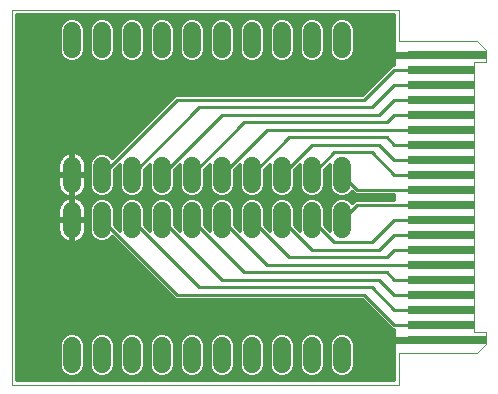
<source format=gbl>
G75*
%MOIN*%
%OFA0B0*%
%FSLAX24Y24*%
%IPPOS*%
%LPD*%
%AMOC8*
5,1,8,0,0,1.08239X$1,22.5*
%
%ADD10C,0.0000*%
%ADD11C,0.0600*%
%ADD12R,0.2600X0.0300*%
%ADD13R,0.2200X0.0300*%
%ADD14C,0.0100*%
%ADD15C,0.0317*%
%ADD16C,0.0240*%
D10*
X000150Y000487D02*
X013050Y000487D01*
X013050Y001537D01*
X015650Y001537D01*
X015950Y001837D01*
X015950Y002237D01*
X015550Y002237D01*
X015550Y011237D01*
X015950Y011237D01*
X015950Y011637D01*
X015650Y011937D01*
X013050Y011937D01*
X013050Y012987D01*
X000150Y012987D01*
X000150Y000487D01*
D11*
X002150Y001187D02*
X002150Y001787D01*
X003150Y001787D02*
X003150Y001187D01*
X004150Y001187D02*
X004150Y001787D01*
X005150Y001787D02*
X005150Y001187D01*
X006150Y001187D02*
X006150Y001787D01*
X007150Y001787D02*
X007150Y001187D01*
X008150Y001187D02*
X008150Y001787D01*
X009150Y001787D02*
X009150Y001187D01*
X010150Y001187D02*
X010150Y001787D01*
X011150Y001787D02*
X011150Y001187D01*
X011150Y005687D02*
X011150Y006287D01*
X010150Y006287D02*
X010150Y005687D01*
X009150Y005687D02*
X009150Y006287D01*
X008150Y006287D02*
X008150Y005687D01*
X007150Y005687D02*
X007150Y006287D01*
X006150Y006287D02*
X006150Y005687D01*
X005150Y005687D02*
X005150Y006287D01*
X004150Y006287D02*
X004150Y005687D01*
X003150Y005687D02*
X003150Y006287D01*
X002150Y006287D02*
X002150Y005687D01*
X002150Y007187D02*
X002150Y007787D01*
X003150Y007787D02*
X003150Y007187D01*
X004150Y007187D02*
X004150Y007787D01*
X005150Y007787D02*
X005150Y007187D01*
X006150Y007187D02*
X006150Y007787D01*
X007150Y007787D02*
X007150Y007187D01*
X008150Y007187D02*
X008150Y007787D01*
X009150Y007787D02*
X009150Y007187D01*
X010150Y007187D02*
X010150Y007787D01*
X011150Y007787D02*
X011150Y007187D01*
X011150Y011687D02*
X011150Y012287D01*
X010150Y012287D02*
X010150Y011687D01*
X009150Y011687D02*
X009150Y012287D01*
X008150Y012287D02*
X008150Y011687D01*
X007150Y011687D02*
X007150Y012287D01*
X006150Y012287D02*
X006150Y011687D01*
X005150Y011687D02*
X005150Y012287D01*
X004150Y012287D02*
X004150Y011687D01*
X003150Y011687D02*
X003150Y012287D01*
X002150Y012287D02*
X002150Y011687D01*
D12*
X014650Y011487D03*
X014650Y001987D03*
D13*
X014450Y002487D03*
X014450Y002987D03*
X014450Y003487D03*
X014450Y003987D03*
X014450Y004487D03*
X014450Y004987D03*
X014450Y005487D03*
X014450Y005987D03*
X014450Y006487D03*
X014450Y006987D03*
X014450Y007487D03*
X014450Y007987D03*
X014450Y008487D03*
X014450Y008987D03*
X014450Y009487D03*
X014450Y009987D03*
X014450Y010487D03*
X014450Y010987D03*
D14*
X012900Y010987D01*
X011900Y009987D01*
X005650Y009987D01*
X003150Y007487D01*
X003560Y007480D02*
X003740Y007480D01*
X003740Y007382D02*
X003560Y007382D01*
X003560Y007283D02*
X003740Y007283D01*
X003740Y007185D02*
X003560Y007185D01*
X003560Y007105D02*
X003560Y007670D01*
X003740Y007850D01*
X003740Y007105D01*
X003802Y006954D01*
X003918Y006839D01*
X004068Y006777D01*
X004232Y006777D01*
X004382Y006839D01*
X004498Y006954D01*
X004560Y007105D01*
X004560Y007670D01*
X004740Y007850D01*
X004740Y007105D01*
X004802Y006954D01*
X004918Y006839D01*
X005068Y006777D01*
X005232Y006777D01*
X005382Y006839D01*
X005498Y006954D01*
X005560Y007105D01*
X005560Y007670D01*
X005740Y007850D01*
X005740Y007105D01*
X005802Y006954D01*
X005918Y006839D01*
X006068Y006777D01*
X006232Y006777D01*
X006382Y006839D01*
X006498Y006954D01*
X006560Y007105D01*
X006560Y007670D01*
X006740Y007850D01*
X006740Y007105D01*
X006802Y006954D01*
X006918Y006839D01*
X007068Y006777D01*
X007232Y006777D01*
X007382Y006839D01*
X007498Y006954D01*
X007560Y007105D01*
X007560Y007670D01*
X007740Y007850D01*
X007740Y007105D01*
X007802Y006954D01*
X007918Y006839D01*
X008068Y006777D01*
X008232Y006777D01*
X008382Y006839D01*
X008498Y006954D01*
X008560Y007105D01*
X008560Y007670D01*
X008740Y007850D01*
X008740Y007105D01*
X008802Y006954D01*
X008918Y006839D01*
X009068Y006777D01*
X009232Y006777D01*
X009382Y006839D01*
X009498Y006954D01*
X009560Y007105D01*
X009560Y007670D01*
X009740Y007850D01*
X009740Y007105D01*
X009802Y006954D01*
X009918Y006839D01*
X010068Y006777D01*
X010232Y006777D01*
X010382Y006839D01*
X010498Y006954D01*
X010560Y007105D01*
X010560Y007670D01*
X010740Y007850D01*
X010740Y007105D01*
X010802Y006954D01*
X010918Y006839D01*
X011068Y006777D01*
X011232Y006777D01*
X011382Y006839D01*
X011477Y006934D01*
X011584Y006827D01*
X012900Y006827D01*
X012900Y006647D01*
X011584Y006647D01*
X011477Y006540D01*
X011382Y006634D01*
X011232Y006697D01*
X011068Y006697D01*
X010918Y006634D01*
X010802Y006519D01*
X010740Y006368D01*
X010740Y005623D01*
X010560Y005803D01*
X010560Y006368D01*
X010498Y006519D01*
X010382Y006634D01*
X010232Y006697D01*
X010068Y006697D01*
X009918Y006634D01*
X009802Y006519D01*
X009740Y006368D01*
X009740Y005623D01*
X009560Y005803D01*
X009560Y006368D01*
X009498Y006519D01*
X009382Y006634D01*
X009232Y006697D01*
X009068Y006697D01*
X008918Y006634D01*
X008802Y006519D01*
X008740Y006368D01*
X008740Y005623D01*
X008560Y005803D01*
X008560Y006368D01*
X008498Y006519D01*
X008382Y006634D01*
X008232Y006697D01*
X008068Y006697D01*
X007918Y006634D01*
X007802Y006519D01*
X007740Y006368D01*
X007740Y005623D01*
X007560Y005803D01*
X007560Y006368D01*
X007498Y006519D01*
X007382Y006634D01*
X007232Y006697D01*
X007068Y006697D01*
X006918Y006634D01*
X006802Y006519D01*
X006740Y006368D01*
X006740Y005623D01*
X006560Y005803D01*
X006560Y006368D01*
X006498Y006519D01*
X006382Y006634D01*
X006232Y006697D01*
X006068Y006697D01*
X005918Y006634D01*
X005802Y006519D01*
X005740Y006368D01*
X005740Y005623D01*
X005560Y005803D01*
X005560Y006368D01*
X005498Y006519D01*
X005382Y006634D01*
X005232Y006697D01*
X005068Y006697D01*
X004918Y006634D01*
X004802Y006519D01*
X004740Y006368D01*
X004740Y005623D01*
X004560Y005803D01*
X004560Y006368D01*
X004498Y006519D01*
X004382Y006634D01*
X004232Y006697D01*
X004068Y006697D01*
X003918Y006634D01*
X003802Y006519D01*
X003740Y006368D01*
X003740Y005623D01*
X003560Y005803D01*
X003560Y006368D01*
X003498Y006519D01*
X003382Y006634D01*
X003232Y006697D01*
X003068Y006697D01*
X002918Y006634D01*
X002802Y006519D01*
X002740Y006368D01*
X002740Y005605D01*
X002802Y005454D01*
X002918Y005339D01*
X003068Y005277D01*
X003232Y005277D01*
X003382Y005339D01*
X003477Y005434D01*
X005584Y003327D01*
X011834Y003327D01*
X012834Y002327D01*
X012900Y002327D01*
X012900Y000637D01*
X000300Y000637D01*
X000300Y012837D01*
X012900Y012837D01*
X012900Y011147D01*
X012834Y011147D01*
X011834Y010147D01*
X005584Y010147D01*
X003477Y008040D01*
X003382Y008134D01*
X003232Y008197D01*
X003068Y008197D01*
X002918Y008134D01*
X002802Y008019D01*
X002740Y007868D01*
X002740Y007105D01*
X002802Y006954D01*
X002918Y006839D01*
X003068Y006777D01*
X003232Y006777D01*
X003382Y006839D01*
X003498Y006954D01*
X003560Y007105D01*
X003552Y007086D02*
X003748Y007086D01*
X003789Y006988D02*
X003511Y006988D01*
X003432Y006889D02*
X003868Y006889D01*
X004035Y006791D02*
X003265Y006791D01*
X003242Y006692D02*
X004058Y006692D01*
X004242Y006692D02*
X005058Y006692D01*
X005035Y006791D02*
X004265Y006791D01*
X004432Y006889D02*
X004868Y006889D01*
X004789Y006988D02*
X004511Y006988D01*
X004552Y007086D02*
X004748Y007086D01*
X004740Y007185D02*
X004560Y007185D01*
X004560Y007283D02*
X004740Y007283D01*
X004740Y007382D02*
X004560Y007382D01*
X004560Y007480D02*
X004740Y007480D01*
X004740Y007579D02*
X004560Y007579D01*
X004567Y007677D02*
X004740Y007677D01*
X004740Y007776D02*
X004665Y007776D01*
X005150Y007487D02*
X007150Y009487D01*
X012400Y009487D01*
X012900Y009987D01*
X014450Y009987D01*
X014450Y010487D02*
X012900Y010487D01*
X012150Y009737D01*
X006400Y009737D01*
X004150Y007487D01*
X003740Y007579D02*
X003560Y007579D01*
X003567Y007677D02*
X003740Y007677D01*
X003740Y007776D02*
X003665Y007776D01*
X003508Y008071D02*
X003445Y008071D01*
X003297Y008170D02*
X003607Y008170D01*
X003705Y008268D02*
X000300Y008268D01*
X000300Y008170D02*
X001912Y008170D01*
X001914Y008172D02*
X001857Y008130D01*
X001807Y008080D01*
X001765Y008023D01*
X001733Y007959D01*
X001711Y007892D01*
X001700Y007822D01*
X001700Y007537D01*
X002100Y007537D01*
X002100Y008234D01*
X002045Y008226D01*
X001977Y008204D01*
X001914Y008172D01*
X001800Y008071D02*
X000300Y008071D01*
X000300Y007973D02*
X001740Y007973D01*
X001708Y007874D02*
X000300Y007874D01*
X000300Y007776D02*
X001700Y007776D01*
X001700Y007677D02*
X000300Y007677D01*
X000300Y007579D02*
X001700Y007579D01*
X001700Y007437D02*
X001700Y007151D01*
X001711Y007081D01*
X001733Y007014D01*
X001765Y006951D01*
X001807Y006894D01*
X001857Y006843D01*
X001914Y006802D01*
X001977Y006770D01*
X002045Y006748D01*
X002100Y006739D01*
X002100Y007437D01*
X001700Y007437D01*
X001700Y007382D02*
X000300Y007382D01*
X000300Y007480D02*
X002100Y007480D01*
X002100Y007437D02*
X002100Y007537D01*
X002200Y007537D01*
X002200Y008234D01*
X002255Y008226D01*
X002323Y008204D01*
X002386Y008172D01*
X002443Y008130D01*
X002493Y008080D01*
X002535Y008023D01*
X002567Y007959D01*
X002589Y007892D01*
X002600Y007822D01*
X002600Y007537D01*
X002200Y007537D01*
X002200Y007437D01*
X002600Y007437D01*
X002600Y007151D01*
X002589Y007081D01*
X002567Y007014D01*
X002535Y006951D01*
X002493Y006894D01*
X002443Y006843D01*
X002386Y006802D01*
X002323Y006770D01*
X002255Y006748D01*
X002200Y006739D01*
X002200Y007437D01*
X002100Y007437D01*
X002100Y007382D02*
X002200Y007382D01*
X002200Y007480D02*
X002740Y007480D01*
X002740Y007382D02*
X002600Y007382D01*
X002600Y007283D02*
X002740Y007283D01*
X002740Y007185D02*
X002600Y007185D01*
X002590Y007086D02*
X002748Y007086D01*
X002789Y006988D02*
X002554Y006988D01*
X002489Y006889D02*
X002868Y006889D01*
X003035Y006791D02*
X002364Y006791D01*
X002323Y006704D02*
X002255Y006726D01*
X002200Y006734D01*
X002200Y006037D01*
X002100Y006037D01*
X002100Y006734D01*
X002045Y006726D01*
X001977Y006704D01*
X001914Y006672D01*
X001857Y006630D01*
X001807Y006580D01*
X001765Y006523D01*
X001733Y006459D01*
X001711Y006392D01*
X001700Y006322D01*
X001700Y006037D01*
X002100Y006037D01*
X002100Y005937D01*
X001700Y005937D01*
X001700Y005651D01*
X001711Y005581D01*
X001733Y005514D01*
X001765Y005451D01*
X001807Y005394D01*
X001857Y005343D01*
X001914Y005302D01*
X001977Y005270D01*
X002045Y005248D01*
X002100Y005239D01*
X002100Y005937D01*
X002200Y005937D01*
X002200Y006037D01*
X002600Y006037D01*
X002600Y006322D01*
X002589Y006392D01*
X002567Y006459D01*
X002535Y006523D01*
X002493Y006580D01*
X002443Y006630D01*
X002386Y006672D01*
X002323Y006704D01*
X002345Y006692D02*
X003058Y006692D01*
X002877Y006594D02*
X002479Y006594D01*
X002549Y006495D02*
X002793Y006495D01*
X002752Y006397D02*
X002587Y006397D01*
X002600Y006298D02*
X002740Y006298D01*
X002740Y006200D02*
X002600Y006200D01*
X002600Y006101D02*
X002740Y006101D01*
X002740Y006003D02*
X002200Y006003D01*
X002200Y005937D02*
X002600Y005937D01*
X002600Y005651D01*
X002589Y005581D01*
X002567Y005514D01*
X002535Y005451D01*
X002493Y005394D01*
X002443Y005343D01*
X002386Y005302D01*
X002323Y005270D01*
X002255Y005248D01*
X002200Y005239D01*
X002200Y005937D01*
X002200Y005904D02*
X002100Y005904D01*
X002100Y005806D02*
X002200Y005806D01*
X002200Y005707D02*
X002100Y005707D01*
X002100Y005609D02*
X002200Y005609D01*
X002200Y005510D02*
X002100Y005510D01*
X002100Y005412D02*
X002200Y005412D01*
X002200Y005313D02*
X002100Y005313D01*
X001898Y005313D02*
X000300Y005313D01*
X000300Y005215D02*
X003696Y005215D01*
X003597Y005313D02*
X003320Y005313D01*
X003455Y005412D02*
X003499Y005412D01*
X003656Y005707D02*
X003740Y005707D01*
X003740Y005806D02*
X003560Y005806D01*
X003560Y005904D02*
X003740Y005904D01*
X003740Y006003D02*
X003560Y006003D01*
X003560Y006101D02*
X003740Y006101D01*
X003740Y006200D02*
X003560Y006200D01*
X003560Y006298D02*
X003740Y006298D01*
X003752Y006397D02*
X003548Y006397D01*
X003507Y006495D02*
X003793Y006495D01*
X003877Y006594D02*
X003423Y006594D01*
X003150Y005987D02*
X005650Y003487D01*
X011900Y003487D01*
X012900Y002487D01*
X014450Y002487D01*
X014450Y002987D02*
X012900Y002987D01*
X012150Y003737D01*
X006400Y003737D01*
X004150Y005987D01*
X004560Y006003D02*
X004740Y006003D01*
X004740Y006101D02*
X004560Y006101D01*
X004560Y006200D02*
X004740Y006200D01*
X004740Y006298D02*
X004560Y006298D01*
X004548Y006397D02*
X004752Y006397D01*
X004793Y006495D02*
X004507Y006495D01*
X004423Y006594D02*
X004877Y006594D01*
X005242Y006692D02*
X006058Y006692D01*
X006035Y006791D02*
X005265Y006791D01*
X005432Y006889D02*
X005868Y006889D01*
X005789Y006988D02*
X005511Y006988D01*
X005552Y007086D02*
X005748Y007086D01*
X005740Y007185D02*
X005560Y007185D01*
X005560Y007283D02*
X005740Y007283D01*
X005740Y007382D02*
X005560Y007382D01*
X005560Y007480D02*
X005740Y007480D01*
X005740Y007579D02*
X005560Y007579D01*
X005567Y007677D02*
X005740Y007677D01*
X005740Y007776D02*
X005665Y007776D01*
X006150Y007487D02*
X007900Y009237D01*
X012650Y009237D01*
X012900Y009487D01*
X014450Y009487D01*
X014450Y008987D02*
X008650Y008987D01*
X007150Y007487D01*
X007560Y007480D02*
X007740Y007480D01*
X007740Y007382D02*
X007560Y007382D01*
X007560Y007283D02*
X007740Y007283D01*
X007740Y007185D02*
X007560Y007185D01*
X007552Y007086D02*
X007748Y007086D01*
X007789Y006988D02*
X007511Y006988D01*
X007432Y006889D02*
X007868Y006889D01*
X008035Y006791D02*
X007265Y006791D01*
X007242Y006692D02*
X008058Y006692D01*
X007877Y006594D02*
X007423Y006594D01*
X007507Y006495D02*
X007793Y006495D01*
X007752Y006397D02*
X007548Y006397D01*
X007560Y006298D02*
X007740Y006298D01*
X007740Y006200D02*
X007560Y006200D01*
X007560Y006101D02*
X007740Y006101D01*
X007740Y006003D02*
X007560Y006003D01*
X007560Y005904D02*
X007740Y005904D01*
X007740Y005806D02*
X007560Y005806D01*
X007656Y005707D02*
X007740Y005707D01*
X008150Y005987D02*
X009400Y004737D01*
X012650Y004737D01*
X012900Y004987D01*
X014450Y004987D01*
X014450Y005487D02*
X012900Y005487D01*
X012400Y004987D01*
X010150Y004987D01*
X009150Y005987D01*
X008740Y006003D02*
X008560Y006003D01*
X008560Y006101D02*
X008740Y006101D01*
X008740Y006200D02*
X008560Y006200D01*
X008560Y006298D02*
X008740Y006298D01*
X008752Y006397D02*
X008548Y006397D01*
X008507Y006495D02*
X008793Y006495D01*
X008877Y006594D02*
X008423Y006594D01*
X008242Y006692D02*
X009058Y006692D01*
X009035Y006791D02*
X008265Y006791D01*
X008432Y006889D02*
X008868Y006889D01*
X008789Y006988D02*
X008511Y006988D01*
X008552Y007086D02*
X008748Y007086D01*
X008740Y007185D02*
X008560Y007185D01*
X008560Y007283D02*
X008740Y007283D01*
X008740Y007382D02*
X008560Y007382D01*
X008560Y007480D02*
X008740Y007480D01*
X008740Y007579D02*
X008560Y007579D01*
X008567Y007677D02*
X008740Y007677D01*
X008740Y007776D02*
X008665Y007776D01*
X009150Y007487D02*
X010150Y008487D01*
X012400Y008487D01*
X012900Y007987D01*
X014450Y007987D01*
X014450Y008487D02*
X012900Y008487D01*
X012650Y008737D01*
X009400Y008737D01*
X008150Y007487D01*
X007740Y007579D02*
X007560Y007579D01*
X007567Y007677D02*
X007740Y007677D01*
X007740Y007776D02*
X007665Y007776D01*
X006748Y007086D02*
X006552Y007086D01*
X006560Y007185D02*
X006740Y007185D01*
X006740Y007283D02*
X006560Y007283D01*
X006560Y007382D02*
X006740Y007382D01*
X006740Y007480D02*
X006560Y007480D01*
X006560Y007579D02*
X006740Y007579D01*
X006740Y007677D02*
X006567Y007677D01*
X006665Y007776D02*
X006740Y007776D01*
X006789Y006988D02*
X006511Y006988D01*
X006432Y006889D02*
X006868Y006889D01*
X007035Y006791D02*
X006265Y006791D01*
X006242Y006692D02*
X007058Y006692D01*
X006877Y006594D02*
X006423Y006594D01*
X006507Y006495D02*
X006793Y006495D01*
X006752Y006397D02*
X006548Y006397D01*
X006560Y006298D02*
X006740Y006298D01*
X006740Y006200D02*
X006560Y006200D01*
X006560Y006101D02*
X006740Y006101D01*
X006740Y006003D02*
X006560Y006003D01*
X006560Y005904D02*
X006740Y005904D01*
X006740Y005806D02*
X006560Y005806D01*
X006656Y005707D02*
X006740Y005707D01*
X007150Y005987D02*
X008650Y004487D01*
X014450Y004487D01*
X014450Y003987D02*
X012900Y003987D01*
X012650Y004237D01*
X007900Y004237D01*
X006150Y005987D01*
X005740Y006003D02*
X005560Y006003D01*
X005560Y006101D02*
X005740Y006101D01*
X005740Y006200D02*
X005560Y006200D01*
X005560Y006298D02*
X005740Y006298D01*
X005752Y006397D02*
X005548Y006397D01*
X005507Y006495D02*
X005793Y006495D01*
X005877Y006594D02*
X005423Y006594D01*
X005150Y005987D02*
X007150Y003987D01*
X012400Y003987D01*
X012900Y003487D01*
X014450Y003487D01*
X012900Y002260D02*
X000300Y002260D01*
X000300Y002358D02*
X012802Y002358D01*
X012704Y002457D02*
X000300Y002457D01*
X000300Y002555D02*
X012605Y002555D01*
X012507Y002654D02*
X000300Y002654D01*
X000300Y002752D02*
X012408Y002752D01*
X012310Y002851D02*
X000300Y002851D01*
X000300Y002949D02*
X012211Y002949D01*
X012113Y003048D02*
X000300Y003048D01*
X000300Y003146D02*
X012014Y003146D01*
X011916Y003245D02*
X000300Y003245D01*
X000300Y003343D02*
X005567Y003343D01*
X005469Y003442D02*
X000300Y003442D01*
X000300Y003540D02*
X005370Y003540D01*
X005272Y003639D02*
X000300Y003639D01*
X000300Y003737D02*
X005173Y003737D01*
X005075Y003836D02*
X000300Y003836D01*
X000300Y003934D02*
X004976Y003934D01*
X004878Y004033D02*
X000300Y004033D01*
X000300Y004131D02*
X004779Y004131D01*
X004681Y004230D02*
X000300Y004230D01*
X000300Y004328D02*
X004582Y004328D01*
X004484Y004427D02*
X000300Y004427D01*
X000300Y004525D02*
X004385Y004525D01*
X004287Y004624D02*
X000300Y004624D01*
X000300Y004722D02*
X004188Y004722D01*
X004090Y004821D02*
X000300Y004821D01*
X000300Y004919D02*
X003991Y004919D01*
X003893Y005018D02*
X000300Y005018D01*
X000300Y005116D02*
X003794Y005116D01*
X002980Y005313D02*
X002402Y005313D01*
X002506Y005412D02*
X002845Y005412D01*
X002779Y005510D02*
X002565Y005510D01*
X002593Y005609D02*
X002740Y005609D01*
X002740Y005707D02*
X002600Y005707D01*
X002600Y005806D02*
X002740Y005806D01*
X002740Y005904D02*
X002600Y005904D01*
X002200Y006101D02*
X002100Y006101D01*
X002100Y006003D02*
X000300Y006003D01*
X000300Y006101D02*
X001700Y006101D01*
X001700Y006200D02*
X000300Y006200D01*
X000300Y006298D02*
X001700Y006298D01*
X001713Y006397D02*
X000300Y006397D01*
X000300Y006495D02*
X001751Y006495D01*
X001821Y006594D02*
X000300Y006594D01*
X000300Y006692D02*
X001955Y006692D01*
X001936Y006791D02*
X000300Y006791D01*
X000300Y006889D02*
X001811Y006889D01*
X001746Y006988D02*
X000300Y006988D01*
X000300Y007086D02*
X001710Y007086D01*
X001700Y007185D02*
X000300Y007185D01*
X000300Y007283D02*
X001700Y007283D01*
X002100Y007283D02*
X002200Y007283D01*
X002200Y007185D02*
X002100Y007185D01*
X002100Y007086D02*
X002200Y007086D01*
X002200Y006988D02*
X002100Y006988D01*
X002100Y006889D02*
X002200Y006889D01*
X002200Y006791D02*
X002100Y006791D01*
X002100Y006692D02*
X002200Y006692D01*
X002200Y006594D02*
X002100Y006594D01*
X002100Y006495D02*
X002200Y006495D01*
X002200Y006397D02*
X002100Y006397D01*
X002100Y006298D02*
X002200Y006298D01*
X002200Y006200D02*
X002100Y006200D01*
X001700Y005904D02*
X000300Y005904D01*
X000300Y005806D02*
X001700Y005806D01*
X001700Y005707D02*
X000300Y005707D01*
X000300Y005609D02*
X001707Y005609D01*
X001735Y005510D02*
X000300Y005510D01*
X000300Y005412D02*
X001794Y005412D01*
X002100Y007579D02*
X002200Y007579D01*
X002200Y007677D02*
X002100Y007677D01*
X002100Y007776D02*
X002200Y007776D01*
X002200Y007874D02*
X002100Y007874D01*
X002100Y007973D02*
X002200Y007973D01*
X002200Y008071D02*
X002100Y008071D01*
X002100Y008170D02*
X002200Y008170D01*
X002388Y008170D02*
X003003Y008170D01*
X002855Y008071D02*
X002500Y008071D01*
X002560Y007973D02*
X002783Y007973D01*
X002742Y007874D02*
X002592Y007874D01*
X002600Y007776D02*
X002740Y007776D01*
X002740Y007677D02*
X002600Y007677D01*
X002600Y007579D02*
X002740Y007579D01*
X003804Y008367D02*
X000300Y008367D01*
X000300Y008465D02*
X003902Y008465D01*
X004001Y008564D02*
X000300Y008564D01*
X000300Y008662D02*
X004099Y008662D01*
X004198Y008761D02*
X000300Y008761D01*
X000300Y008859D02*
X004296Y008859D01*
X004395Y008958D02*
X000300Y008958D01*
X000300Y009056D02*
X004493Y009056D01*
X004592Y009155D02*
X000300Y009155D01*
X000300Y009253D02*
X004690Y009253D01*
X004789Y009352D02*
X000300Y009352D01*
X000300Y009450D02*
X004887Y009450D01*
X004986Y009549D02*
X000300Y009549D01*
X000300Y009647D02*
X005084Y009647D01*
X005183Y009746D02*
X000300Y009746D01*
X000300Y009844D02*
X005281Y009844D01*
X005380Y009943D02*
X000300Y009943D01*
X000300Y010041D02*
X005478Y010041D01*
X005577Y010140D02*
X000300Y010140D01*
X000300Y010238D02*
X011925Y010238D01*
X012024Y010337D02*
X000300Y010337D01*
X000300Y010435D02*
X012122Y010435D01*
X012221Y010534D02*
X000300Y010534D01*
X000300Y010632D02*
X012319Y010632D01*
X012418Y010731D02*
X000300Y010731D01*
X000300Y010829D02*
X012516Y010829D01*
X012615Y010928D02*
X000300Y010928D01*
X000300Y011026D02*
X012713Y011026D01*
X012812Y011125D02*
X000300Y011125D01*
X000300Y011223D02*
X012900Y011223D01*
X012900Y011322D02*
X011340Y011322D01*
X011382Y011339D02*
X011232Y011277D01*
X011068Y011277D01*
X010918Y011339D01*
X010802Y011454D01*
X010740Y011605D01*
X010740Y012368D01*
X010802Y012519D01*
X010918Y012634D01*
X011068Y012697D01*
X011232Y012697D01*
X011382Y012634D01*
X011498Y012519D01*
X011560Y012368D01*
X011560Y011605D01*
X011498Y011454D01*
X011382Y011339D01*
X011463Y011420D02*
X012900Y011420D01*
X012900Y011519D02*
X011524Y011519D01*
X011560Y011617D02*
X012900Y011617D01*
X012900Y011716D02*
X011560Y011716D01*
X011560Y011814D02*
X012900Y011814D01*
X012900Y011913D02*
X011560Y011913D01*
X011560Y012011D02*
X012900Y012011D01*
X012900Y012110D02*
X011560Y012110D01*
X011560Y012208D02*
X012900Y012208D01*
X012900Y012307D02*
X011560Y012307D01*
X011545Y012405D02*
X012900Y012405D01*
X012900Y012504D02*
X011504Y012504D01*
X011414Y012602D02*
X012900Y012602D01*
X012900Y012701D02*
X000300Y012701D01*
X000300Y012799D02*
X012900Y012799D01*
X010886Y012602D02*
X010414Y012602D01*
X010382Y012634D02*
X010232Y012697D01*
X010068Y012697D01*
X009918Y012634D01*
X009802Y012519D01*
X009740Y012368D01*
X009740Y011605D01*
X009802Y011454D01*
X009918Y011339D01*
X010068Y011277D01*
X010232Y011277D01*
X010382Y011339D01*
X010498Y011454D01*
X010560Y011605D01*
X010560Y012368D01*
X010498Y012519D01*
X010382Y012634D01*
X010504Y012504D02*
X010796Y012504D01*
X010755Y012405D02*
X010545Y012405D01*
X010560Y012307D02*
X010740Y012307D01*
X010740Y012208D02*
X010560Y012208D01*
X010560Y012110D02*
X010740Y012110D01*
X010740Y012011D02*
X010560Y012011D01*
X010560Y011913D02*
X010740Y011913D01*
X010740Y011814D02*
X010560Y011814D01*
X010560Y011716D02*
X010740Y011716D01*
X010740Y011617D02*
X010560Y011617D01*
X010524Y011519D02*
X010776Y011519D01*
X010837Y011420D02*
X010463Y011420D01*
X010340Y011322D02*
X010960Y011322D01*
X009960Y011322D02*
X009340Y011322D01*
X009382Y011339D02*
X009232Y011277D01*
X009068Y011277D01*
X008918Y011339D01*
X008802Y011454D01*
X008740Y011605D01*
X008740Y012368D01*
X008802Y012519D01*
X008918Y012634D01*
X009068Y012697D01*
X009232Y012697D01*
X009382Y012634D01*
X009498Y012519D01*
X009560Y012368D01*
X009560Y011605D01*
X009498Y011454D01*
X009382Y011339D01*
X009463Y011420D02*
X009837Y011420D01*
X009776Y011519D02*
X009524Y011519D01*
X009560Y011617D02*
X009740Y011617D01*
X009740Y011716D02*
X009560Y011716D01*
X009560Y011814D02*
X009740Y011814D01*
X009740Y011913D02*
X009560Y011913D01*
X009560Y012011D02*
X009740Y012011D01*
X009740Y012110D02*
X009560Y012110D01*
X009560Y012208D02*
X009740Y012208D01*
X009740Y012307D02*
X009560Y012307D01*
X009545Y012405D02*
X009755Y012405D01*
X009796Y012504D02*
X009504Y012504D01*
X009414Y012602D02*
X009886Y012602D01*
X008886Y012602D02*
X008414Y012602D01*
X008382Y012634D02*
X008232Y012697D01*
X008068Y012697D01*
X007918Y012634D01*
X007802Y012519D01*
X007740Y012368D01*
X007740Y011605D01*
X007802Y011454D01*
X007918Y011339D01*
X008068Y011277D01*
X008232Y011277D01*
X008382Y011339D01*
X008498Y011454D01*
X008560Y011605D01*
X008560Y012368D01*
X008498Y012519D01*
X008382Y012634D01*
X008504Y012504D02*
X008796Y012504D01*
X008755Y012405D02*
X008545Y012405D01*
X008560Y012307D02*
X008740Y012307D01*
X008740Y012208D02*
X008560Y012208D01*
X008560Y012110D02*
X008740Y012110D01*
X008740Y012011D02*
X008560Y012011D01*
X008560Y011913D02*
X008740Y011913D01*
X008740Y011814D02*
X008560Y011814D01*
X008560Y011716D02*
X008740Y011716D01*
X008740Y011617D02*
X008560Y011617D01*
X008524Y011519D02*
X008776Y011519D01*
X008837Y011420D02*
X008463Y011420D01*
X008340Y011322D02*
X008960Y011322D01*
X007960Y011322D02*
X007340Y011322D01*
X007382Y011339D02*
X007498Y011454D01*
X007560Y011605D01*
X007560Y012368D01*
X007498Y012519D01*
X007382Y012634D01*
X007232Y012697D01*
X007068Y012697D01*
X006918Y012634D01*
X006802Y012519D01*
X006740Y012368D01*
X006740Y011605D01*
X006802Y011454D01*
X006918Y011339D01*
X007068Y011277D01*
X007232Y011277D01*
X007382Y011339D01*
X007463Y011420D02*
X007837Y011420D01*
X007776Y011519D02*
X007524Y011519D01*
X007560Y011617D02*
X007740Y011617D01*
X007740Y011716D02*
X007560Y011716D01*
X007560Y011814D02*
X007740Y011814D01*
X007740Y011913D02*
X007560Y011913D01*
X007560Y012011D02*
X007740Y012011D01*
X007740Y012110D02*
X007560Y012110D01*
X007560Y012208D02*
X007740Y012208D01*
X007740Y012307D02*
X007560Y012307D01*
X007545Y012405D02*
X007755Y012405D01*
X007796Y012504D02*
X007504Y012504D01*
X007414Y012602D02*
X007886Y012602D01*
X006886Y012602D02*
X006414Y012602D01*
X006382Y012634D02*
X006232Y012697D01*
X006068Y012697D01*
X005918Y012634D01*
X005802Y012519D01*
X005740Y012368D01*
X005740Y011605D01*
X005802Y011454D01*
X005918Y011339D01*
X006068Y011277D01*
X006232Y011277D01*
X006382Y011339D01*
X006498Y011454D01*
X006560Y011605D01*
X006560Y012368D01*
X006498Y012519D01*
X006382Y012634D01*
X006504Y012504D02*
X006796Y012504D01*
X006755Y012405D02*
X006545Y012405D01*
X006560Y012307D02*
X006740Y012307D01*
X006740Y012208D02*
X006560Y012208D01*
X006560Y012110D02*
X006740Y012110D01*
X006740Y012011D02*
X006560Y012011D01*
X006560Y011913D02*
X006740Y011913D01*
X006740Y011814D02*
X006560Y011814D01*
X006560Y011716D02*
X006740Y011716D01*
X006740Y011617D02*
X006560Y011617D01*
X006524Y011519D02*
X006776Y011519D01*
X006837Y011420D02*
X006463Y011420D01*
X006340Y011322D02*
X006960Y011322D01*
X005960Y011322D02*
X005340Y011322D01*
X005382Y011339D02*
X005498Y011454D01*
X005560Y011605D01*
X005560Y012368D01*
X005498Y012519D01*
X005382Y012634D01*
X005232Y012697D01*
X005068Y012697D01*
X004918Y012634D01*
X004802Y012519D01*
X004740Y012368D01*
X004740Y011605D01*
X004802Y011454D01*
X004918Y011339D01*
X005068Y011277D01*
X005232Y011277D01*
X005382Y011339D01*
X005463Y011420D02*
X005837Y011420D01*
X005776Y011519D02*
X005524Y011519D01*
X005560Y011617D02*
X005740Y011617D01*
X005740Y011716D02*
X005560Y011716D01*
X005560Y011814D02*
X005740Y011814D01*
X005740Y011913D02*
X005560Y011913D01*
X005560Y012011D02*
X005740Y012011D01*
X005740Y012110D02*
X005560Y012110D01*
X005560Y012208D02*
X005740Y012208D01*
X005740Y012307D02*
X005560Y012307D01*
X005545Y012405D02*
X005755Y012405D01*
X005796Y012504D02*
X005504Y012504D01*
X005414Y012602D02*
X005886Y012602D01*
X004886Y012602D02*
X004414Y012602D01*
X004382Y012634D02*
X004232Y012697D01*
X004068Y012697D01*
X003918Y012634D01*
X003802Y012519D01*
X003740Y012368D01*
X003740Y011605D01*
X003802Y011454D01*
X003918Y011339D01*
X004068Y011277D01*
X004232Y011277D01*
X004382Y011339D01*
X004498Y011454D01*
X004560Y011605D01*
X004560Y012368D01*
X004498Y012519D01*
X004382Y012634D01*
X004504Y012504D02*
X004796Y012504D01*
X004755Y012405D02*
X004545Y012405D01*
X004560Y012307D02*
X004740Y012307D01*
X004740Y012208D02*
X004560Y012208D01*
X004560Y012110D02*
X004740Y012110D01*
X004740Y012011D02*
X004560Y012011D01*
X004560Y011913D02*
X004740Y011913D01*
X004740Y011814D02*
X004560Y011814D01*
X004560Y011716D02*
X004740Y011716D01*
X004740Y011617D02*
X004560Y011617D01*
X004524Y011519D02*
X004776Y011519D01*
X004837Y011420D02*
X004463Y011420D01*
X004340Y011322D02*
X004960Y011322D01*
X003960Y011322D02*
X003340Y011322D01*
X003382Y011339D02*
X003498Y011454D01*
X003560Y011605D01*
X003560Y012368D01*
X003498Y012519D01*
X003382Y012634D01*
X003232Y012697D01*
X003068Y012697D01*
X002918Y012634D01*
X002802Y012519D01*
X002740Y012368D01*
X002740Y011605D01*
X002802Y011454D01*
X002918Y011339D01*
X003068Y011277D01*
X003232Y011277D01*
X003382Y011339D01*
X003463Y011420D02*
X003837Y011420D01*
X003776Y011519D02*
X003524Y011519D01*
X003560Y011617D02*
X003740Y011617D01*
X003740Y011716D02*
X003560Y011716D01*
X003560Y011814D02*
X003740Y011814D01*
X003740Y011913D02*
X003560Y011913D01*
X003560Y012011D02*
X003740Y012011D01*
X003740Y012110D02*
X003560Y012110D01*
X003560Y012208D02*
X003740Y012208D01*
X003740Y012307D02*
X003560Y012307D01*
X003545Y012405D02*
X003755Y012405D01*
X003796Y012504D02*
X003504Y012504D01*
X003414Y012602D02*
X003886Y012602D01*
X002886Y012602D02*
X002414Y012602D01*
X002382Y012634D02*
X002232Y012697D01*
X002068Y012697D01*
X001918Y012634D01*
X001802Y012519D01*
X001740Y012368D01*
X001740Y011605D01*
X001802Y011454D01*
X001918Y011339D01*
X002068Y011277D01*
X002232Y011277D01*
X002382Y011339D01*
X002498Y011454D01*
X002560Y011605D01*
X002560Y012368D01*
X002498Y012519D01*
X002382Y012634D01*
X002504Y012504D02*
X002796Y012504D01*
X002755Y012405D02*
X002545Y012405D01*
X002560Y012307D02*
X002740Y012307D01*
X002740Y012208D02*
X002560Y012208D01*
X002560Y012110D02*
X002740Y012110D01*
X002740Y012011D02*
X002560Y012011D01*
X002560Y011913D02*
X002740Y011913D01*
X002740Y011814D02*
X002560Y011814D01*
X002560Y011716D02*
X002740Y011716D01*
X002740Y011617D02*
X002560Y011617D01*
X002524Y011519D02*
X002776Y011519D01*
X002837Y011420D02*
X002463Y011420D01*
X002340Y011322D02*
X002960Y011322D01*
X001960Y011322D02*
X000300Y011322D01*
X000300Y011420D02*
X001837Y011420D01*
X001776Y011519D02*
X000300Y011519D01*
X000300Y011617D02*
X001740Y011617D01*
X001740Y011716D02*
X000300Y011716D01*
X000300Y011814D02*
X001740Y011814D01*
X001740Y011913D02*
X000300Y011913D01*
X000300Y012011D02*
X001740Y012011D01*
X001740Y012110D02*
X000300Y012110D01*
X000300Y012208D02*
X001740Y012208D01*
X001740Y012307D02*
X000300Y012307D01*
X000300Y012405D02*
X001755Y012405D01*
X001796Y012504D02*
X000300Y012504D01*
X000300Y012602D02*
X001886Y012602D01*
X009265Y006791D02*
X010035Y006791D01*
X010058Y006692D02*
X009242Y006692D01*
X009423Y006594D02*
X009877Y006594D01*
X009793Y006495D02*
X009507Y006495D01*
X009548Y006397D02*
X009752Y006397D01*
X009740Y006298D02*
X009560Y006298D01*
X009560Y006200D02*
X009740Y006200D01*
X009740Y006101D02*
X009560Y006101D01*
X009560Y006003D02*
X009740Y006003D01*
X009740Y005904D02*
X009560Y005904D01*
X009560Y005806D02*
X009740Y005806D01*
X009740Y005707D02*
X009656Y005707D01*
X010150Y005987D02*
X010900Y005237D01*
X012150Y005237D01*
X012900Y005987D01*
X014450Y005987D01*
X014450Y006487D02*
X011650Y006487D01*
X011150Y005987D01*
X010740Y006003D02*
X010560Y006003D01*
X010560Y006101D02*
X010740Y006101D01*
X010740Y006200D02*
X010560Y006200D01*
X010560Y006298D02*
X010740Y006298D01*
X010752Y006397D02*
X010548Y006397D01*
X010507Y006495D02*
X010793Y006495D01*
X010877Y006594D02*
X010423Y006594D01*
X010242Y006692D02*
X011058Y006692D01*
X011035Y006791D02*
X010265Y006791D01*
X010432Y006889D02*
X010868Y006889D01*
X010789Y006988D02*
X010511Y006988D01*
X010552Y007086D02*
X010748Y007086D01*
X010740Y007185D02*
X010560Y007185D01*
X010560Y007283D02*
X010740Y007283D01*
X010740Y007382D02*
X010560Y007382D01*
X010560Y007480D02*
X010740Y007480D01*
X010740Y007579D02*
X010560Y007579D01*
X010567Y007677D02*
X010740Y007677D01*
X010740Y007776D02*
X010665Y007776D01*
X010900Y008237D02*
X010150Y007487D01*
X009740Y007480D02*
X009560Y007480D01*
X009560Y007382D02*
X009740Y007382D01*
X009740Y007283D02*
X009560Y007283D01*
X009560Y007185D02*
X009740Y007185D01*
X009748Y007086D02*
X009552Y007086D01*
X009511Y006988D02*
X009789Y006988D01*
X009868Y006889D02*
X009432Y006889D01*
X009560Y007579D02*
X009740Y007579D01*
X009740Y007677D02*
X009567Y007677D01*
X009665Y007776D02*
X009740Y007776D01*
X010900Y008237D02*
X012150Y008237D01*
X012900Y007487D01*
X014450Y007487D01*
X014450Y006987D02*
X011650Y006987D01*
X011150Y007487D01*
X011432Y006889D02*
X011521Y006889D01*
X011265Y006791D02*
X012900Y006791D01*
X012900Y006692D02*
X011242Y006692D01*
X011423Y006594D02*
X011531Y006594D01*
X010740Y005904D02*
X010560Y005904D01*
X010560Y005806D02*
X010740Y005806D01*
X010740Y005707D02*
X010656Y005707D01*
X008740Y005707D02*
X008656Y005707D01*
X008740Y005806D02*
X008560Y005806D01*
X008560Y005904D02*
X008740Y005904D01*
X005740Y005904D02*
X005560Y005904D01*
X005560Y005806D02*
X005740Y005806D01*
X005740Y005707D02*
X005656Y005707D01*
X004740Y005707D02*
X004656Y005707D01*
X004740Y005806D02*
X004560Y005806D01*
X004560Y005904D02*
X004740Y005904D01*
X005068Y002197D02*
X004918Y002134D01*
X004802Y002019D01*
X004740Y001868D01*
X004740Y001105D01*
X004802Y000954D01*
X004918Y000839D01*
X005068Y000777D01*
X005232Y000777D01*
X005382Y000839D01*
X005498Y000954D01*
X005560Y001105D01*
X005560Y001868D01*
X005498Y002019D01*
X005382Y002134D01*
X005232Y002197D01*
X005068Y002197D01*
X004983Y002161D02*
X004317Y002161D01*
X004382Y002134D02*
X004232Y002197D01*
X004068Y002197D01*
X003918Y002134D01*
X003802Y002019D01*
X003740Y001868D01*
X003740Y001105D01*
X003802Y000954D01*
X003918Y000839D01*
X004068Y000777D01*
X004232Y000777D01*
X004382Y000839D01*
X004498Y000954D01*
X004560Y001105D01*
X004560Y001868D01*
X004498Y002019D01*
X004382Y002134D01*
X004454Y002063D02*
X004846Y002063D01*
X004780Y001964D02*
X004520Y001964D01*
X004560Y001866D02*
X004740Y001866D01*
X004740Y001767D02*
X004560Y001767D01*
X004560Y001669D02*
X004740Y001669D01*
X004740Y001570D02*
X004560Y001570D01*
X004560Y001472D02*
X004740Y001472D01*
X004740Y001373D02*
X004560Y001373D01*
X004560Y001275D02*
X004740Y001275D01*
X004740Y001176D02*
X004560Y001176D01*
X004549Y001078D02*
X004751Y001078D01*
X004792Y000979D02*
X004508Y000979D01*
X004424Y000881D02*
X004876Y000881D01*
X005055Y000782D02*
X004245Y000782D01*
X004055Y000782D02*
X003245Y000782D01*
X003232Y000777D02*
X003382Y000839D01*
X003498Y000954D01*
X003560Y001105D01*
X003560Y001868D01*
X003498Y002019D01*
X003382Y002134D01*
X003232Y002197D01*
X003068Y002197D01*
X002918Y002134D01*
X002802Y002019D01*
X002740Y001868D01*
X002740Y001105D01*
X002802Y000954D01*
X002918Y000839D01*
X003068Y000777D01*
X003232Y000777D01*
X003055Y000782D02*
X002245Y000782D01*
X002232Y000777D02*
X002382Y000839D01*
X002498Y000954D01*
X002560Y001105D01*
X002560Y001868D01*
X002498Y002019D01*
X002382Y002134D01*
X002232Y002197D01*
X002068Y002197D01*
X001918Y002134D01*
X001802Y002019D01*
X001740Y001868D01*
X001740Y001105D01*
X001802Y000954D01*
X001918Y000839D01*
X002068Y000777D01*
X002232Y000777D01*
X002055Y000782D02*
X000300Y000782D01*
X000300Y000684D02*
X012900Y000684D01*
X012900Y000782D02*
X011245Y000782D01*
X011232Y000777D02*
X011382Y000839D01*
X011498Y000954D01*
X011560Y001105D01*
X011560Y001868D01*
X011498Y002019D01*
X011382Y002134D01*
X011232Y002197D01*
X011068Y002197D01*
X010918Y002134D01*
X010802Y002019D01*
X010740Y001868D01*
X010740Y001105D01*
X010802Y000954D01*
X010918Y000839D01*
X011068Y000777D01*
X011232Y000777D01*
X011055Y000782D02*
X010245Y000782D01*
X010232Y000777D02*
X010382Y000839D01*
X010498Y000954D01*
X010560Y001105D01*
X010560Y001868D01*
X010498Y002019D01*
X010382Y002134D01*
X010232Y002197D01*
X010068Y002197D01*
X009918Y002134D01*
X009802Y002019D01*
X009740Y001868D01*
X009740Y001105D01*
X009802Y000954D01*
X009918Y000839D01*
X010068Y000777D01*
X010232Y000777D01*
X010055Y000782D02*
X009245Y000782D01*
X009232Y000777D02*
X009382Y000839D01*
X009498Y000954D01*
X009560Y001105D01*
X009560Y001868D01*
X009498Y002019D01*
X009382Y002134D01*
X009232Y002197D01*
X009068Y002197D01*
X008918Y002134D01*
X008802Y002019D01*
X008740Y001868D01*
X008740Y001105D01*
X008802Y000954D01*
X008918Y000839D01*
X009068Y000777D01*
X009232Y000777D01*
X009055Y000782D02*
X008245Y000782D01*
X008232Y000777D02*
X008382Y000839D01*
X008498Y000954D01*
X008560Y001105D01*
X008560Y001868D01*
X008498Y002019D01*
X008382Y002134D01*
X008232Y002197D01*
X008068Y002197D01*
X007918Y002134D01*
X007802Y002019D01*
X007740Y001868D01*
X007740Y001105D01*
X007802Y000954D01*
X007918Y000839D01*
X008068Y000777D01*
X008232Y000777D01*
X008424Y000881D02*
X008876Y000881D01*
X008792Y000979D02*
X008508Y000979D01*
X008549Y001078D02*
X008751Y001078D01*
X008740Y001176D02*
X008560Y001176D01*
X008560Y001275D02*
X008740Y001275D01*
X008740Y001373D02*
X008560Y001373D01*
X008560Y001472D02*
X008740Y001472D01*
X008740Y001570D02*
X008560Y001570D01*
X008560Y001669D02*
X008740Y001669D01*
X008740Y001767D02*
X008560Y001767D01*
X008560Y001866D02*
X008740Y001866D01*
X008780Y001964D02*
X008520Y001964D01*
X008454Y002063D02*
X008846Y002063D01*
X008983Y002161D02*
X008317Y002161D01*
X007983Y002161D02*
X007317Y002161D01*
X007382Y002134D02*
X007232Y002197D01*
X007068Y002197D01*
X006918Y002134D01*
X006802Y002019D01*
X006740Y001868D01*
X006740Y001105D01*
X006802Y000954D01*
X006918Y000839D01*
X007068Y000777D01*
X007232Y000777D01*
X007382Y000839D01*
X007498Y000954D01*
X007560Y001105D01*
X007560Y001868D01*
X007498Y002019D01*
X007382Y002134D01*
X007454Y002063D02*
X007846Y002063D01*
X007780Y001964D02*
X007520Y001964D01*
X007560Y001866D02*
X007740Y001866D01*
X007740Y001767D02*
X007560Y001767D01*
X007560Y001669D02*
X007740Y001669D01*
X007740Y001570D02*
X007560Y001570D01*
X007560Y001472D02*
X007740Y001472D01*
X007740Y001373D02*
X007560Y001373D01*
X007560Y001275D02*
X007740Y001275D01*
X007740Y001176D02*
X007560Y001176D01*
X007549Y001078D02*
X007751Y001078D01*
X007792Y000979D02*
X007508Y000979D01*
X007424Y000881D02*
X007876Y000881D01*
X008055Y000782D02*
X007245Y000782D01*
X007055Y000782D02*
X006245Y000782D01*
X006232Y000777D02*
X006382Y000839D01*
X006498Y000954D01*
X006560Y001105D01*
X006560Y001868D01*
X006498Y002019D01*
X006382Y002134D01*
X006232Y002197D01*
X006068Y002197D01*
X005918Y002134D01*
X005802Y002019D01*
X005740Y001868D01*
X005740Y001105D01*
X005802Y000954D01*
X005918Y000839D01*
X006068Y000777D01*
X006232Y000777D01*
X006055Y000782D02*
X005245Y000782D01*
X005424Y000881D02*
X005876Y000881D01*
X005792Y000979D02*
X005508Y000979D01*
X005549Y001078D02*
X005751Y001078D01*
X005740Y001176D02*
X005560Y001176D01*
X005560Y001275D02*
X005740Y001275D01*
X005740Y001373D02*
X005560Y001373D01*
X005560Y001472D02*
X005740Y001472D01*
X005740Y001570D02*
X005560Y001570D01*
X005560Y001669D02*
X005740Y001669D01*
X005740Y001767D02*
X005560Y001767D01*
X005560Y001866D02*
X005740Y001866D01*
X005780Y001964D02*
X005520Y001964D01*
X005454Y002063D02*
X005846Y002063D01*
X005983Y002161D02*
X005317Y002161D01*
X006317Y002161D02*
X006983Y002161D01*
X006846Y002063D02*
X006454Y002063D01*
X006520Y001964D02*
X006780Y001964D01*
X006740Y001866D02*
X006560Y001866D01*
X006560Y001767D02*
X006740Y001767D01*
X006740Y001669D02*
X006560Y001669D01*
X006560Y001570D02*
X006740Y001570D01*
X006740Y001472D02*
X006560Y001472D01*
X006560Y001373D02*
X006740Y001373D01*
X006740Y001275D02*
X006560Y001275D01*
X006560Y001176D02*
X006740Y001176D01*
X006751Y001078D02*
X006549Y001078D01*
X006508Y000979D02*
X006792Y000979D01*
X006876Y000881D02*
X006424Y000881D01*
X003983Y002161D02*
X003317Y002161D01*
X003454Y002063D02*
X003846Y002063D01*
X003780Y001964D02*
X003520Y001964D01*
X003560Y001866D02*
X003740Y001866D01*
X003740Y001767D02*
X003560Y001767D01*
X003560Y001669D02*
X003740Y001669D01*
X003740Y001570D02*
X003560Y001570D01*
X003560Y001472D02*
X003740Y001472D01*
X003740Y001373D02*
X003560Y001373D01*
X003560Y001275D02*
X003740Y001275D01*
X003740Y001176D02*
X003560Y001176D01*
X003549Y001078D02*
X003751Y001078D01*
X003792Y000979D02*
X003508Y000979D01*
X003424Y000881D02*
X003876Y000881D01*
X002876Y000881D02*
X002424Y000881D01*
X002508Y000979D02*
X002792Y000979D01*
X002751Y001078D02*
X002549Y001078D01*
X002560Y001176D02*
X002740Y001176D01*
X002740Y001275D02*
X002560Y001275D01*
X002560Y001373D02*
X002740Y001373D01*
X002740Y001472D02*
X002560Y001472D01*
X002560Y001570D02*
X002740Y001570D01*
X002740Y001669D02*
X002560Y001669D01*
X002560Y001767D02*
X002740Y001767D01*
X002740Y001866D02*
X002560Y001866D01*
X002520Y001964D02*
X002780Y001964D01*
X002846Y002063D02*
X002454Y002063D01*
X002317Y002161D02*
X002983Y002161D01*
X001983Y002161D02*
X000300Y002161D01*
X000300Y002063D02*
X001846Y002063D01*
X001780Y001964D02*
X000300Y001964D01*
X000300Y001866D02*
X001740Y001866D01*
X001740Y001767D02*
X000300Y001767D01*
X000300Y001669D02*
X001740Y001669D01*
X001740Y001570D02*
X000300Y001570D01*
X000300Y001472D02*
X001740Y001472D01*
X001740Y001373D02*
X000300Y001373D01*
X000300Y001275D02*
X001740Y001275D01*
X001740Y001176D02*
X000300Y001176D01*
X000300Y001078D02*
X001751Y001078D01*
X001792Y000979D02*
X000300Y000979D01*
X000300Y000881D02*
X001876Y000881D01*
X009317Y002161D02*
X009983Y002161D01*
X009846Y002063D02*
X009454Y002063D01*
X009520Y001964D02*
X009780Y001964D01*
X009740Y001866D02*
X009560Y001866D01*
X009560Y001767D02*
X009740Y001767D01*
X009740Y001669D02*
X009560Y001669D01*
X009560Y001570D02*
X009740Y001570D01*
X009740Y001472D02*
X009560Y001472D01*
X009560Y001373D02*
X009740Y001373D01*
X009740Y001275D02*
X009560Y001275D01*
X009560Y001176D02*
X009740Y001176D01*
X009751Y001078D02*
X009549Y001078D01*
X009508Y000979D02*
X009792Y000979D01*
X009876Y000881D02*
X009424Y000881D01*
X010424Y000881D02*
X010876Y000881D01*
X010792Y000979D02*
X010508Y000979D01*
X010549Y001078D02*
X010751Y001078D01*
X010740Y001176D02*
X010560Y001176D01*
X010560Y001275D02*
X010740Y001275D01*
X010740Y001373D02*
X010560Y001373D01*
X010560Y001472D02*
X010740Y001472D01*
X010740Y001570D02*
X010560Y001570D01*
X010560Y001669D02*
X010740Y001669D01*
X010740Y001767D02*
X010560Y001767D01*
X010560Y001866D02*
X010740Y001866D01*
X010780Y001964D02*
X010520Y001964D01*
X010454Y002063D02*
X010846Y002063D01*
X010983Y002161D02*
X010317Y002161D01*
X011317Y002161D02*
X012900Y002161D01*
X012900Y002063D02*
X011454Y002063D01*
X011520Y001964D02*
X012900Y001964D01*
X012900Y001866D02*
X011560Y001866D01*
X011560Y001767D02*
X012900Y001767D01*
X012900Y001669D02*
X011560Y001669D01*
X011560Y001570D02*
X012900Y001570D01*
X012900Y001472D02*
X011560Y001472D01*
X011560Y001373D02*
X012900Y001373D01*
X012900Y001275D02*
X011560Y001275D01*
X011560Y001176D02*
X012900Y001176D01*
X012900Y001078D02*
X011549Y001078D01*
X011508Y000979D02*
X012900Y000979D01*
X012900Y000881D02*
X011424Y000881D01*
D15*
X012400Y001237D03*
X000900Y001237D03*
X000900Y001987D03*
X000900Y005987D03*
X000900Y007487D03*
X000900Y011487D03*
X000900Y012237D03*
X012400Y012237D03*
D16*
X012400Y011487D01*
X014650Y011487D01*
X014650Y001987D02*
X012400Y001987D01*
X012400Y001237D01*
M02*

</source>
